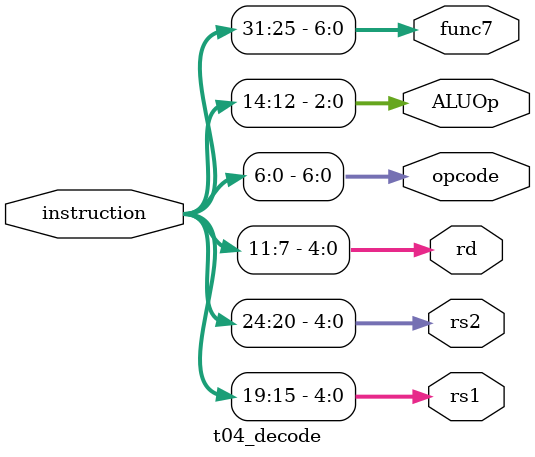
<source format=sv>
module t04_decode (
    input logic [31:0] instruction, //32 bit instruction signal, from Program Memory
    output logic [4:0] rs1, rs2, rd, //5 bit register addresses, to registers 
    output logic [6:0] opcode, //7 bit Opcode, to Control Unit
    output logic [2:0] ALUOp, //3-bit code (func-3), used to further specify operations. to ALU, & memory handler
    output logic [6:0] func7 //7-bit code, used to further specify operations, to ALU
);

assign opcode = instruction[6:0];
assign rd = instruction[11:7];
assign rs1 = instruction[19:15];
assign rs2 = instruction[24:20];
assign ALUOp = instruction[14:12];
assign func7 = instruction[31:25];

endmodule
</source>
